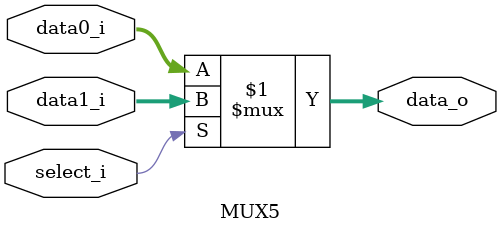
<source format=v>
module MUX5 (
  input [4:0] data0_i,
  input [4:0] data1_i,
  input select_i,
  output [4:0] data_o
);

assign data_o = select_i ? data1_i : data0_i;

endmodule

</source>
